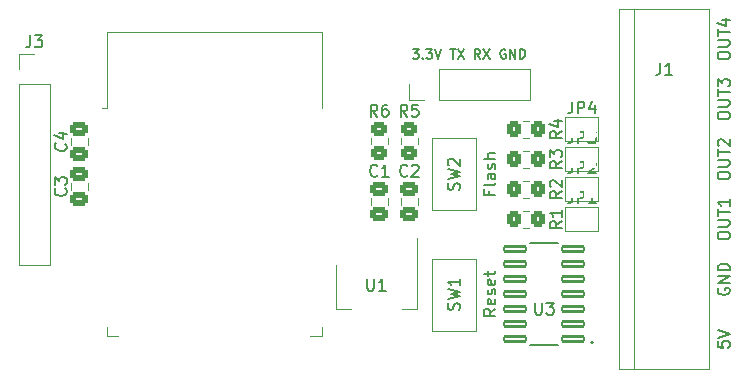
<source format=gbr>
%TF.GenerationSoftware,KiCad,Pcbnew,(6.0.11)*%
%TF.CreationDate,2023-09-13T09:35:20+02:00*%
%TF.ProjectId,WLED_ESP32_Controller,574c4544-5f45-4535-9033-325f436f6e74,rev?*%
%TF.SameCoordinates,Original*%
%TF.FileFunction,Legend,Top*%
%TF.FilePolarity,Positive*%
%FSLAX46Y46*%
G04 Gerber Fmt 4.6, Leading zero omitted, Abs format (unit mm)*
G04 Created by KiCad (PCBNEW (6.0.11)) date 2023-09-13 09:35:20*
%MOMM*%
%LPD*%
G01*
G04 APERTURE LIST*
G04 Aperture macros list*
%AMRoundRect*
0 Rectangle with rounded corners*
0 $1 Rounding radius*
0 $2 $3 $4 $5 $6 $7 $8 $9 X,Y pos of 4 corners*
0 Add a 4 corners polygon primitive as box body*
4,1,4,$2,$3,$4,$5,$6,$7,$8,$9,$2,$3,0*
0 Add four circle primitives for the rounded corners*
1,1,$1+$1,$2,$3*
1,1,$1+$1,$4,$5*
1,1,$1+$1,$6,$7*
1,1,$1+$1,$8,$9*
0 Add four rect primitives between the rounded corners*
20,1,$1+$1,$2,$3,$4,$5,0*
20,1,$1+$1,$4,$5,$6,$7,0*
20,1,$1+$1,$6,$7,$8,$9,0*
20,1,$1+$1,$8,$9,$2,$3,0*%
G04 Aperture macros list end*
%ADD10C,0.150000*%
%ADD11C,0.120000*%
%ADD12C,0.127000*%
%ADD13C,0.200000*%
%ADD14C,3.200000*%
%ADD15R,1.500000X2.000000*%
%ADD16R,3.800000X2.000000*%
%ADD17RoundRect,0.250000X0.475000X-0.337500X0.475000X0.337500X-0.475000X0.337500X-0.475000X-0.337500X0*%
%ADD18RoundRect,0.249999X0.450001X-0.350001X0.450001X0.350001X-0.450001X0.350001X-0.450001X-0.350001X0*%
%ADD19RoundRect,0.250000X-0.475000X0.337500X-0.475000X-0.337500X0.475000X-0.337500X0.475000X0.337500X0*%
%ADD20R,1.700000X1.700000*%
%ADD21O,1.700000X1.700000*%
%ADD22R,1.500000X1.500000*%
%ADD23RoundRect,0.090000X0.895000X0.210000X-0.895000X0.210000X-0.895000X-0.210000X0.895000X-0.210000X0*%
%ADD24R,1.000000X1.500000*%
%ADD25RoundRect,0.249999X-0.350001X-0.450001X0.350001X-0.450001X0.350001X0.450001X-0.350001X0.450001X0*%
%ADD26R,2.000000X0.900000*%
%ADD27R,0.900000X2.000000*%
%ADD28R,5.000000X5.000000*%
%ADD29R,3.000000X3.000000*%
%ADD30C,3.000000*%
G04 APERTURE END LIST*
D10*
X122219047Y-96081904D02*
X122714285Y-96081904D01*
X122447619Y-96386666D01*
X122561904Y-96386666D01*
X122638095Y-96424761D01*
X122676190Y-96462857D01*
X122714285Y-96539047D01*
X122714285Y-96729523D01*
X122676190Y-96805714D01*
X122638095Y-96843809D01*
X122561904Y-96881904D01*
X122333333Y-96881904D01*
X122257142Y-96843809D01*
X122219047Y-96805714D01*
X123057142Y-96805714D02*
X123095238Y-96843809D01*
X123057142Y-96881904D01*
X123019047Y-96843809D01*
X123057142Y-96805714D01*
X123057142Y-96881904D01*
X123361904Y-96081904D02*
X123857142Y-96081904D01*
X123590476Y-96386666D01*
X123704761Y-96386666D01*
X123780952Y-96424761D01*
X123819047Y-96462857D01*
X123857142Y-96539047D01*
X123857142Y-96729523D01*
X123819047Y-96805714D01*
X123780952Y-96843809D01*
X123704761Y-96881904D01*
X123476190Y-96881904D01*
X123400000Y-96843809D01*
X123361904Y-96805714D01*
X124085714Y-96081904D02*
X124352380Y-96881904D01*
X124619047Y-96081904D01*
X125380952Y-96081904D02*
X125838095Y-96081904D01*
X125609523Y-96881904D02*
X125609523Y-96081904D01*
X126028571Y-96081904D02*
X126561904Y-96881904D01*
X126561904Y-96081904D02*
X126028571Y-96881904D01*
X127933333Y-96881904D02*
X127666666Y-96500952D01*
X127476190Y-96881904D02*
X127476190Y-96081904D01*
X127780952Y-96081904D01*
X127857142Y-96120000D01*
X127895238Y-96158095D01*
X127933333Y-96234285D01*
X127933333Y-96348571D01*
X127895238Y-96424761D01*
X127857142Y-96462857D01*
X127780952Y-96500952D01*
X127476190Y-96500952D01*
X128200000Y-96081904D02*
X128733333Y-96881904D01*
X128733333Y-96081904D02*
X128200000Y-96881904D01*
X130066666Y-96120000D02*
X129990476Y-96081904D01*
X129876190Y-96081904D01*
X129761904Y-96120000D01*
X129685714Y-96196190D01*
X129647619Y-96272380D01*
X129609523Y-96424761D01*
X129609523Y-96539047D01*
X129647619Y-96691428D01*
X129685714Y-96767619D01*
X129761904Y-96843809D01*
X129876190Y-96881904D01*
X129952380Y-96881904D01*
X130066666Y-96843809D01*
X130104761Y-96805714D01*
X130104761Y-96539047D01*
X129952380Y-96539047D01*
X130447619Y-96881904D02*
X130447619Y-96081904D01*
X130904761Y-96881904D01*
X130904761Y-96081904D01*
X131285714Y-96881904D02*
X131285714Y-96081904D01*
X131476190Y-96081904D01*
X131590476Y-96120000D01*
X131666666Y-96196190D01*
X131704761Y-96272380D01*
X131742857Y-96424761D01*
X131742857Y-96539047D01*
X131704761Y-96691428D01*
X131666666Y-96767619D01*
X131590476Y-96843809D01*
X131476190Y-96881904D01*
X131285714Y-96881904D01*
X148090000Y-116331904D02*
X148042380Y-116427142D01*
X148042380Y-116570000D01*
X148090000Y-116712857D01*
X148185238Y-116808095D01*
X148280476Y-116855714D01*
X148470952Y-116903333D01*
X148613809Y-116903333D01*
X148804285Y-116855714D01*
X148899523Y-116808095D01*
X148994761Y-116712857D01*
X149042380Y-116570000D01*
X149042380Y-116474761D01*
X148994761Y-116331904D01*
X148947142Y-116284285D01*
X148613809Y-116284285D01*
X148613809Y-116474761D01*
X149042380Y-115855714D02*
X148042380Y-115855714D01*
X149042380Y-115284285D01*
X148042380Y-115284285D01*
X149042380Y-114808095D02*
X148042380Y-114808095D01*
X148042380Y-114570000D01*
X148090000Y-114427142D01*
X148185238Y-114331904D01*
X148280476Y-114284285D01*
X148470952Y-114236666D01*
X148613809Y-114236666D01*
X148804285Y-114284285D01*
X148899523Y-114331904D01*
X148994761Y-114427142D01*
X149042380Y-114570000D01*
X149042380Y-114808095D01*
X148042380Y-101806190D02*
X148042380Y-101615714D01*
X148090000Y-101520476D01*
X148185238Y-101425238D01*
X148375714Y-101377619D01*
X148709047Y-101377619D01*
X148899523Y-101425238D01*
X148994761Y-101520476D01*
X149042380Y-101615714D01*
X149042380Y-101806190D01*
X148994761Y-101901428D01*
X148899523Y-101996666D01*
X148709047Y-102044285D01*
X148375714Y-102044285D01*
X148185238Y-101996666D01*
X148090000Y-101901428D01*
X148042380Y-101806190D01*
X148042380Y-100949047D02*
X148851904Y-100949047D01*
X148947142Y-100901428D01*
X148994761Y-100853809D01*
X149042380Y-100758571D01*
X149042380Y-100568095D01*
X148994761Y-100472857D01*
X148947142Y-100425238D01*
X148851904Y-100377619D01*
X148042380Y-100377619D01*
X148042380Y-100044285D02*
X148042380Y-99472857D01*
X149042380Y-99758571D02*
X148042380Y-99758571D01*
X148042380Y-99234761D02*
X148042380Y-98615714D01*
X148423333Y-98949047D01*
X148423333Y-98806190D01*
X148470952Y-98710952D01*
X148518571Y-98663333D01*
X148613809Y-98615714D01*
X148851904Y-98615714D01*
X148947142Y-98663333D01*
X148994761Y-98710952D01*
X149042380Y-98806190D01*
X149042380Y-99091904D01*
X148994761Y-99187142D01*
X148947142Y-99234761D01*
X148042380Y-96726190D02*
X148042380Y-96535714D01*
X148090000Y-96440476D01*
X148185238Y-96345238D01*
X148375714Y-96297619D01*
X148709047Y-96297619D01*
X148899523Y-96345238D01*
X148994761Y-96440476D01*
X149042380Y-96535714D01*
X149042380Y-96726190D01*
X148994761Y-96821428D01*
X148899523Y-96916666D01*
X148709047Y-96964285D01*
X148375714Y-96964285D01*
X148185238Y-96916666D01*
X148090000Y-96821428D01*
X148042380Y-96726190D01*
X148042380Y-95869047D02*
X148851904Y-95869047D01*
X148947142Y-95821428D01*
X148994761Y-95773809D01*
X149042380Y-95678571D01*
X149042380Y-95488095D01*
X148994761Y-95392857D01*
X148947142Y-95345238D01*
X148851904Y-95297619D01*
X148042380Y-95297619D01*
X148042380Y-94964285D02*
X148042380Y-94392857D01*
X149042380Y-94678571D02*
X148042380Y-94678571D01*
X148375714Y-93630952D02*
X149042380Y-93630952D01*
X147994761Y-93869047D02*
X148709047Y-94107142D01*
X148709047Y-93488095D01*
X148042380Y-120840476D02*
X148042380Y-121316666D01*
X148518571Y-121364285D01*
X148470952Y-121316666D01*
X148423333Y-121221428D01*
X148423333Y-120983333D01*
X148470952Y-120888095D01*
X148518571Y-120840476D01*
X148613809Y-120792857D01*
X148851904Y-120792857D01*
X148947142Y-120840476D01*
X148994761Y-120888095D01*
X149042380Y-120983333D01*
X149042380Y-121221428D01*
X148994761Y-121316666D01*
X148947142Y-121364285D01*
X148042380Y-120507142D02*
X149042380Y-120173809D01*
X148042380Y-119840476D01*
X148042380Y-106886190D02*
X148042380Y-106695714D01*
X148090000Y-106600476D01*
X148185238Y-106505238D01*
X148375714Y-106457619D01*
X148709047Y-106457619D01*
X148899523Y-106505238D01*
X148994761Y-106600476D01*
X149042380Y-106695714D01*
X149042380Y-106886190D01*
X148994761Y-106981428D01*
X148899523Y-107076666D01*
X148709047Y-107124285D01*
X148375714Y-107124285D01*
X148185238Y-107076666D01*
X148090000Y-106981428D01*
X148042380Y-106886190D01*
X148042380Y-106029047D02*
X148851904Y-106029047D01*
X148947142Y-105981428D01*
X148994761Y-105933809D01*
X149042380Y-105838571D01*
X149042380Y-105648095D01*
X148994761Y-105552857D01*
X148947142Y-105505238D01*
X148851904Y-105457619D01*
X148042380Y-105457619D01*
X148042380Y-105124285D02*
X148042380Y-104552857D01*
X149042380Y-104838571D02*
X148042380Y-104838571D01*
X148137619Y-104267142D02*
X148090000Y-104219523D01*
X148042380Y-104124285D01*
X148042380Y-103886190D01*
X148090000Y-103790952D01*
X148137619Y-103743333D01*
X148232857Y-103695714D01*
X148328095Y-103695714D01*
X148470952Y-103743333D01*
X149042380Y-104314761D01*
X149042380Y-103695714D01*
X148042380Y-111966190D02*
X148042380Y-111775714D01*
X148090000Y-111680476D01*
X148185238Y-111585238D01*
X148375714Y-111537619D01*
X148709047Y-111537619D01*
X148899523Y-111585238D01*
X148994761Y-111680476D01*
X149042380Y-111775714D01*
X149042380Y-111966190D01*
X148994761Y-112061428D01*
X148899523Y-112156666D01*
X148709047Y-112204285D01*
X148375714Y-112204285D01*
X148185238Y-112156666D01*
X148090000Y-112061428D01*
X148042380Y-111966190D01*
X148042380Y-111109047D02*
X148851904Y-111109047D01*
X148947142Y-111061428D01*
X148994761Y-111013809D01*
X149042380Y-110918571D01*
X149042380Y-110728095D01*
X148994761Y-110632857D01*
X148947142Y-110585238D01*
X148851904Y-110537619D01*
X148042380Y-110537619D01*
X148042380Y-110204285D02*
X148042380Y-109632857D01*
X149042380Y-109918571D02*
X148042380Y-109918571D01*
X149042380Y-108775714D02*
X149042380Y-109347142D01*
X149042380Y-109061428D02*
X148042380Y-109061428D01*
X148185238Y-109156666D01*
X148280476Y-109251904D01*
X148328095Y-109347142D01*
%TO.C,U1*%
X118364095Y-115530380D02*
X118364095Y-116339904D01*
X118411714Y-116435142D01*
X118459333Y-116482761D01*
X118554571Y-116530380D01*
X118745047Y-116530380D01*
X118840285Y-116482761D01*
X118887904Y-116435142D01*
X118935523Y-116339904D01*
X118935523Y-115530380D01*
X119935523Y-116530380D02*
X119364095Y-116530380D01*
X119649809Y-116530380D02*
X119649809Y-115530380D01*
X119554571Y-115673238D01*
X119459333Y-115768476D01*
X119364095Y-115816095D01*
%TO.C,C2*%
X121753333Y-106783142D02*
X121705714Y-106830761D01*
X121562857Y-106878380D01*
X121467619Y-106878380D01*
X121324761Y-106830761D01*
X121229523Y-106735523D01*
X121181904Y-106640285D01*
X121134285Y-106449809D01*
X121134285Y-106306952D01*
X121181904Y-106116476D01*
X121229523Y-106021238D01*
X121324761Y-105926000D01*
X121467619Y-105878380D01*
X121562857Y-105878380D01*
X121705714Y-105926000D01*
X121753333Y-105973619D01*
X122134285Y-105973619D02*
X122181904Y-105926000D01*
X122277142Y-105878380D01*
X122515238Y-105878380D01*
X122610476Y-105926000D01*
X122658095Y-105973619D01*
X122705714Y-106068857D01*
X122705714Y-106164095D01*
X122658095Y-106306952D01*
X122086666Y-106878380D01*
X122705714Y-106878380D01*
%TO.C,R5*%
X121753333Y-101798380D02*
X121420000Y-101322190D01*
X121181904Y-101798380D02*
X121181904Y-100798380D01*
X121562857Y-100798380D01*
X121658095Y-100846000D01*
X121705714Y-100893619D01*
X121753333Y-100988857D01*
X121753333Y-101131714D01*
X121705714Y-101226952D01*
X121658095Y-101274571D01*
X121562857Y-101322190D01*
X121181904Y-101322190D01*
X122658095Y-100798380D02*
X122181904Y-100798380D01*
X122134285Y-101274571D01*
X122181904Y-101226952D01*
X122277142Y-101179333D01*
X122515238Y-101179333D01*
X122610476Y-101226952D01*
X122658095Y-101274571D01*
X122705714Y-101369809D01*
X122705714Y-101607904D01*
X122658095Y-101703142D01*
X122610476Y-101750761D01*
X122515238Y-101798380D01*
X122277142Y-101798380D01*
X122181904Y-101750761D01*
X122134285Y-101703142D01*
%TO.C,C3*%
X92813142Y-107884166D02*
X92860761Y-107931785D01*
X92908380Y-108074642D01*
X92908380Y-108169880D01*
X92860761Y-108312738D01*
X92765523Y-108407976D01*
X92670285Y-108455595D01*
X92479809Y-108503214D01*
X92336952Y-108503214D01*
X92146476Y-108455595D01*
X92051238Y-108407976D01*
X91956000Y-108312738D01*
X91908380Y-108169880D01*
X91908380Y-108074642D01*
X91956000Y-107931785D01*
X92003619Y-107884166D01*
X91908380Y-107550833D02*
X91908380Y-106931785D01*
X92289333Y-107265119D01*
X92289333Y-107122261D01*
X92336952Y-107027023D01*
X92384571Y-106979404D01*
X92479809Y-106931785D01*
X92717904Y-106931785D01*
X92813142Y-106979404D01*
X92860761Y-107027023D01*
X92908380Y-107122261D01*
X92908380Y-107407976D01*
X92860761Y-107503214D01*
X92813142Y-107550833D01*
%TO.C,C4*%
X92813142Y-104135434D02*
X92860761Y-104189005D01*
X92908380Y-104337815D01*
X92908380Y-104433053D01*
X92860761Y-104569958D01*
X92765523Y-104653291D01*
X92670285Y-104689005D01*
X92479809Y-104712815D01*
X92336952Y-104694958D01*
X92146476Y-104623529D01*
X92051238Y-104564005D01*
X91956000Y-104456863D01*
X91908380Y-104308053D01*
X91908380Y-104212815D01*
X91956000Y-104075910D01*
X92003619Y-104034244D01*
X92241714Y-103206863D02*
X92908380Y-103290196D01*
X91860761Y-103397339D02*
X92575047Y-103724720D01*
X92575047Y-103105672D01*
%TO.C,SW1*%
X126134761Y-118173333D02*
X126182380Y-118030476D01*
X126182380Y-117792380D01*
X126134761Y-117697142D01*
X126087142Y-117649523D01*
X125991904Y-117601904D01*
X125896666Y-117601904D01*
X125801428Y-117649523D01*
X125753809Y-117697142D01*
X125706190Y-117792380D01*
X125658571Y-117982857D01*
X125610952Y-118078095D01*
X125563333Y-118125714D01*
X125468095Y-118173333D01*
X125372857Y-118173333D01*
X125277619Y-118125714D01*
X125230000Y-118078095D01*
X125182380Y-117982857D01*
X125182380Y-117744761D01*
X125230000Y-117601904D01*
X125182380Y-117268571D02*
X126182380Y-117030476D01*
X125468095Y-116840000D01*
X126182380Y-116649523D01*
X125182380Y-116411428D01*
X126182380Y-115506666D02*
X126182380Y-116078095D01*
X126182380Y-115792380D02*
X125182380Y-115792380D01*
X125325238Y-115887619D01*
X125420476Y-115982857D01*
X125468095Y-116078095D01*
X129222380Y-118078095D02*
X128746190Y-118411428D01*
X129222380Y-118649523D02*
X128222380Y-118649523D01*
X128222380Y-118268571D01*
X128270000Y-118173333D01*
X128317619Y-118125714D01*
X128412857Y-118078095D01*
X128555714Y-118078095D01*
X128650952Y-118125714D01*
X128698571Y-118173333D01*
X128746190Y-118268571D01*
X128746190Y-118649523D01*
X129174761Y-117268571D02*
X129222380Y-117363809D01*
X129222380Y-117554285D01*
X129174761Y-117649523D01*
X129079523Y-117697142D01*
X128698571Y-117697142D01*
X128603333Y-117649523D01*
X128555714Y-117554285D01*
X128555714Y-117363809D01*
X128603333Y-117268571D01*
X128698571Y-117220952D01*
X128793809Y-117220952D01*
X128889047Y-117697142D01*
X129174761Y-116840000D02*
X129222380Y-116744761D01*
X129222380Y-116554285D01*
X129174761Y-116459047D01*
X129079523Y-116411428D01*
X129031904Y-116411428D01*
X128936666Y-116459047D01*
X128889047Y-116554285D01*
X128889047Y-116697142D01*
X128841428Y-116792380D01*
X128746190Y-116840000D01*
X128698571Y-116840000D01*
X128603333Y-116792380D01*
X128555714Y-116697142D01*
X128555714Y-116554285D01*
X128603333Y-116459047D01*
X129174761Y-115601904D02*
X129222380Y-115697142D01*
X129222380Y-115887619D01*
X129174761Y-115982857D01*
X129079523Y-116030476D01*
X128698571Y-116030476D01*
X128603333Y-115982857D01*
X128555714Y-115887619D01*
X128555714Y-115697142D01*
X128603333Y-115601904D01*
X128698571Y-115554285D01*
X128793809Y-115554285D01*
X128889047Y-116030476D01*
X128555714Y-115268571D02*
X128555714Y-114887619D01*
X128222380Y-115125714D02*
X129079523Y-115125714D01*
X129174761Y-115078095D01*
X129222380Y-114982857D01*
X129222380Y-114887619D01*
%TO.C,U3*%
X132588095Y-117562380D02*
X132588095Y-118371904D01*
X132635714Y-118467142D01*
X132683333Y-118514761D01*
X132778571Y-118562380D01*
X132969047Y-118562380D01*
X133064285Y-118514761D01*
X133111904Y-118467142D01*
X133159523Y-118371904D01*
X133159523Y-117562380D01*
X133540476Y-117562380D02*
X134159523Y-117562380D01*
X133826190Y-117943333D01*
X133969047Y-117943333D01*
X134064285Y-117990952D01*
X134111904Y-118038571D01*
X134159523Y-118133809D01*
X134159523Y-118371904D01*
X134111904Y-118467142D01*
X134064285Y-118514761D01*
X133969047Y-118562380D01*
X133683333Y-118562380D01*
X133588095Y-118514761D01*
X133540476Y-118467142D01*
%TO.C,JP1*%
X135706666Y-108142380D02*
X135706666Y-108856666D01*
X135659047Y-108999523D01*
X135563809Y-109094761D01*
X135420952Y-109142380D01*
X135325714Y-109142380D01*
X136182857Y-109142380D02*
X136182857Y-108142380D01*
X136563809Y-108142380D01*
X136659047Y-108190000D01*
X136706666Y-108237619D01*
X136754285Y-108332857D01*
X136754285Y-108475714D01*
X136706666Y-108570952D01*
X136659047Y-108618571D01*
X136563809Y-108666190D01*
X136182857Y-108666190D01*
X137706666Y-109142380D02*
X137135238Y-109142380D01*
X137420952Y-109142380D02*
X137420952Y-108142380D01*
X137325714Y-108285238D01*
X137230476Y-108380476D01*
X137135238Y-108428095D01*
%TO.C,JP2*%
X135706666Y-105602380D02*
X135706666Y-106316666D01*
X135659047Y-106459523D01*
X135563809Y-106554761D01*
X135420952Y-106602380D01*
X135325714Y-106602380D01*
X136182857Y-106602380D02*
X136182857Y-105602380D01*
X136563809Y-105602380D01*
X136659047Y-105650000D01*
X136706666Y-105697619D01*
X136754285Y-105792857D01*
X136754285Y-105935714D01*
X136706666Y-106030952D01*
X136659047Y-106078571D01*
X136563809Y-106126190D01*
X136182857Y-106126190D01*
X137135238Y-105697619D02*
X137182857Y-105650000D01*
X137278095Y-105602380D01*
X137516190Y-105602380D01*
X137611428Y-105650000D01*
X137659047Y-105697619D01*
X137706666Y-105792857D01*
X137706666Y-105888095D01*
X137659047Y-106030952D01*
X137087619Y-106602380D01*
X137706666Y-106602380D01*
%TO.C,R1*%
X134822380Y-110656666D02*
X134346190Y-110990000D01*
X134822380Y-111228095D02*
X133822380Y-111228095D01*
X133822380Y-110847142D01*
X133870000Y-110751904D01*
X133917619Y-110704285D01*
X134012857Y-110656666D01*
X134155714Y-110656666D01*
X134250952Y-110704285D01*
X134298571Y-110751904D01*
X134346190Y-110847142D01*
X134346190Y-111228095D01*
X134822380Y-109704285D02*
X134822380Y-110275714D01*
X134822380Y-109990000D02*
X133822380Y-109990000D01*
X133965238Y-110085238D01*
X134060476Y-110180476D01*
X134108095Y-110275714D01*
%TO.C,R2*%
X134822380Y-108116666D02*
X134346190Y-108450000D01*
X134822380Y-108688095D02*
X133822380Y-108688095D01*
X133822380Y-108307142D01*
X133870000Y-108211904D01*
X133917619Y-108164285D01*
X134012857Y-108116666D01*
X134155714Y-108116666D01*
X134250952Y-108164285D01*
X134298571Y-108211904D01*
X134346190Y-108307142D01*
X134346190Y-108688095D01*
X133917619Y-107735714D02*
X133870000Y-107688095D01*
X133822380Y-107592857D01*
X133822380Y-107354761D01*
X133870000Y-107259523D01*
X133917619Y-107211904D01*
X134012857Y-107164285D01*
X134108095Y-107164285D01*
X134250952Y-107211904D01*
X134822380Y-107783333D01*
X134822380Y-107164285D01*
%TO.C,R3*%
X134822380Y-105576666D02*
X134346190Y-105910000D01*
X134822380Y-106148095D02*
X133822380Y-106148095D01*
X133822380Y-105767142D01*
X133870000Y-105671904D01*
X133917619Y-105624285D01*
X134012857Y-105576666D01*
X134155714Y-105576666D01*
X134250952Y-105624285D01*
X134298571Y-105671904D01*
X134346190Y-105767142D01*
X134346190Y-106148095D01*
X133822380Y-105243333D02*
X133822380Y-104624285D01*
X134203333Y-104957619D01*
X134203333Y-104814761D01*
X134250952Y-104719523D01*
X134298571Y-104671904D01*
X134393809Y-104624285D01*
X134631904Y-104624285D01*
X134727142Y-104671904D01*
X134774761Y-104719523D01*
X134822380Y-104814761D01*
X134822380Y-105100476D01*
X134774761Y-105195714D01*
X134727142Y-105243333D01*
%TO.C,R4*%
X134822380Y-103036666D02*
X134346190Y-103370000D01*
X134822380Y-103608095D02*
X133822380Y-103608095D01*
X133822380Y-103227142D01*
X133870000Y-103131904D01*
X133917619Y-103084285D01*
X134012857Y-103036666D01*
X134155714Y-103036666D01*
X134250952Y-103084285D01*
X134298571Y-103131904D01*
X134346190Y-103227142D01*
X134346190Y-103608095D01*
X134155714Y-102179523D02*
X134822380Y-102179523D01*
X133774761Y-102417619D02*
X134489047Y-102655714D01*
X134489047Y-102036666D01*
%TO.C,JP3*%
X135706666Y-103062380D02*
X135706666Y-103776666D01*
X135659047Y-103919523D01*
X135563809Y-104014761D01*
X135420952Y-104062380D01*
X135325714Y-104062380D01*
X136182857Y-104062380D02*
X136182857Y-103062380D01*
X136563809Y-103062380D01*
X136659047Y-103110000D01*
X136706666Y-103157619D01*
X136754285Y-103252857D01*
X136754285Y-103395714D01*
X136706666Y-103490952D01*
X136659047Y-103538571D01*
X136563809Y-103586190D01*
X136182857Y-103586190D01*
X137087619Y-103062380D02*
X137706666Y-103062380D01*
X137373333Y-103443333D01*
X137516190Y-103443333D01*
X137611428Y-103490952D01*
X137659047Y-103538571D01*
X137706666Y-103633809D01*
X137706666Y-103871904D01*
X137659047Y-103967142D01*
X137611428Y-104014761D01*
X137516190Y-104062380D01*
X137230476Y-104062380D01*
X137135238Y-104014761D01*
X137087619Y-103967142D01*
%TO.C,JP4*%
X135706666Y-100522380D02*
X135706666Y-101236666D01*
X135659047Y-101379523D01*
X135563809Y-101474761D01*
X135420952Y-101522380D01*
X135325714Y-101522380D01*
X136182857Y-101522380D02*
X136182857Y-100522380D01*
X136563809Y-100522380D01*
X136659047Y-100570000D01*
X136706666Y-100617619D01*
X136754285Y-100712857D01*
X136754285Y-100855714D01*
X136706666Y-100950952D01*
X136659047Y-100998571D01*
X136563809Y-101046190D01*
X136182857Y-101046190D01*
X137611428Y-100855714D02*
X137611428Y-101522380D01*
X137373333Y-100474761D02*
X137135238Y-101189047D01*
X137754285Y-101189047D01*
%TO.C,R6*%
X119213333Y-101798380D02*
X118880000Y-101322190D01*
X118641904Y-101798380D02*
X118641904Y-100798380D01*
X119022857Y-100798380D01*
X119118095Y-100846000D01*
X119165714Y-100893619D01*
X119213333Y-100988857D01*
X119213333Y-101131714D01*
X119165714Y-101226952D01*
X119118095Y-101274571D01*
X119022857Y-101322190D01*
X118641904Y-101322190D01*
X120070476Y-100798380D02*
X119880000Y-100798380D01*
X119784761Y-100846000D01*
X119737142Y-100893619D01*
X119641904Y-101036476D01*
X119594285Y-101226952D01*
X119594285Y-101607904D01*
X119641904Y-101703142D01*
X119689523Y-101750761D01*
X119784761Y-101798380D01*
X119975238Y-101798380D01*
X120070476Y-101750761D01*
X120118095Y-101703142D01*
X120165714Y-101607904D01*
X120165714Y-101369809D01*
X120118095Y-101274571D01*
X120070476Y-101226952D01*
X119975238Y-101179333D01*
X119784761Y-101179333D01*
X119689523Y-101226952D01*
X119641904Y-101274571D01*
X119594285Y-101369809D01*
%TO.C,C1*%
X119213333Y-106783142D02*
X119165714Y-106830761D01*
X119022857Y-106878380D01*
X118927619Y-106878380D01*
X118784761Y-106830761D01*
X118689523Y-106735523D01*
X118641904Y-106640285D01*
X118594285Y-106449809D01*
X118594285Y-106306952D01*
X118641904Y-106116476D01*
X118689523Y-106021238D01*
X118784761Y-105926000D01*
X118927619Y-105878380D01*
X119022857Y-105878380D01*
X119165714Y-105926000D01*
X119213333Y-105973619D01*
X120165714Y-106878380D02*
X119594285Y-106878380D01*
X119880000Y-106878380D02*
X119880000Y-105878380D01*
X119784761Y-106021238D01*
X119689523Y-106116476D01*
X119594285Y-106164095D01*
%TO.C,SW2*%
X126134761Y-108013333D02*
X126182380Y-107870476D01*
X126182380Y-107632380D01*
X126134761Y-107537142D01*
X126087142Y-107489523D01*
X125991904Y-107441904D01*
X125896666Y-107441904D01*
X125801428Y-107489523D01*
X125753809Y-107537142D01*
X125706190Y-107632380D01*
X125658571Y-107822857D01*
X125610952Y-107918095D01*
X125563333Y-107965714D01*
X125468095Y-108013333D01*
X125372857Y-108013333D01*
X125277619Y-107965714D01*
X125230000Y-107918095D01*
X125182380Y-107822857D01*
X125182380Y-107584761D01*
X125230000Y-107441904D01*
X125182380Y-107108571D02*
X126182380Y-106870476D01*
X125468095Y-106680000D01*
X126182380Y-106489523D01*
X125182380Y-106251428D01*
X125277619Y-105918095D02*
X125230000Y-105870476D01*
X125182380Y-105775238D01*
X125182380Y-105537142D01*
X125230000Y-105441904D01*
X125277619Y-105394285D01*
X125372857Y-105346666D01*
X125468095Y-105346666D01*
X125610952Y-105394285D01*
X126182380Y-105965714D01*
X126182380Y-105346666D01*
X128698571Y-108108571D02*
X128698571Y-108441904D01*
X129222380Y-108441904D02*
X128222380Y-108441904D01*
X128222380Y-107965714D01*
X129222380Y-107441904D02*
X129174761Y-107537142D01*
X129079523Y-107584761D01*
X128222380Y-107584761D01*
X129222380Y-106632380D02*
X128698571Y-106632380D01*
X128603333Y-106680000D01*
X128555714Y-106775238D01*
X128555714Y-106965714D01*
X128603333Y-107060952D01*
X129174761Y-106632380D02*
X129222380Y-106727619D01*
X129222380Y-106965714D01*
X129174761Y-107060952D01*
X129079523Y-107108571D01*
X128984285Y-107108571D01*
X128889047Y-107060952D01*
X128841428Y-106965714D01*
X128841428Y-106727619D01*
X128793809Y-106632380D01*
X129174761Y-106203809D02*
X129222380Y-106108571D01*
X129222380Y-105918095D01*
X129174761Y-105822857D01*
X129079523Y-105775238D01*
X129031904Y-105775238D01*
X128936666Y-105822857D01*
X128889047Y-105918095D01*
X128889047Y-106060952D01*
X128841428Y-106156190D01*
X128746190Y-106203809D01*
X128698571Y-106203809D01*
X128603333Y-106156190D01*
X128555714Y-106060952D01*
X128555714Y-105918095D01*
X128603333Y-105822857D01*
X129222380Y-105346666D02*
X128222380Y-105346666D01*
X129222380Y-104918095D02*
X128698571Y-104918095D01*
X128603333Y-104965714D01*
X128555714Y-105060952D01*
X128555714Y-105203809D01*
X128603333Y-105299047D01*
X128650952Y-105346666D01*
%TO.C,J3*%
X89836666Y-94912380D02*
X89836666Y-95626666D01*
X89789047Y-95769523D01*
X89693809Y-95864761D01*
X89550952Y-95912380D01*
X89455714Y-95912380D01*
X90217619Y-94912380D02*
X90836666Y-94912380D01*
X90503333Y-95293333D01*
X90646190Y-95293333D01*
X90741428Y-95340952D01*
X90789047Y-95388571D01*
X90836666Y-95483809D01*
X90836666Y-95721904D01*
X90789047Y-95817142D01*
X90741428Y-95864761D01*
X90646190Y-95912380D01*
X90360476Y-95912380D01*
X90265238Y-95864761D01*
X90217619Y-95817142D01*
%TO.C,J1*%
X143176666Y-97242380D02*
X143176666Y-97956666D01*
X143129047Y-98099523D01*
X143033809Y-98194761D01*
X142890952Y-98242380D01*
X142795714Y-98242380D01*
X144176666Y-98242380D02*
X143605238Y-98242380D01*
X143890952Y-98242380D02*
X143890952Y-97242380D01*
X143795714Y-97385238D01*
X143700476Y-97480476D01*
X143605238Y-97528095D01*
D11*
%TO.C,U1*%
X115730000Y-118090000D02*
X116990000Y-118090000D01*
X115730000Y-114330000D02*
X115730000Y-118090000D01*
X122550000Y-118090000D02*
X121290000Y-118090000D01*
X122550000Y-112080000D02*
X122550000Y-118090000D01*
%TO.C,C2*%
X121185000Y-109248752D02*
X121185000Y-108726248D01*
X122655000Y-109248752D02*
X122655000Y-108726248D01*
%TO.C,R5*%
X122655000Y-104097064D02*
X122655000Y-103642936D01*
X121185000Y-104097064D02*
X121185000Y-103642936D01*
%TO.C,C3*%
X93245000Y-107978752D02*
X93245000Y-107456248D01*
X94715000Y-107978752D02*
X94715000Y-107456248D01*
%TO.C,C4*%
X93245000Y-103646248D02*
X93245000Y-104168752D01*
X94715000Y-103646248D02*
X94715000Y-104168752D01*
%TO.C,J2*%
X124460000Y-97730000D02*
X132140000Y-97730000D01*
X132140000Y-100390000D02*
X132140000Y-97730000D01*
X121860000Y-100390000D02*
X121860000Y-99060000D01*
X123190000Y-100390000D02*
X121860000Y-100390000D01*
X124460000Y-100390000D02*
X132140000Y-100390000D01*
X124460000Y-100390000D02*
X124460000Y-97730000D01*
%TO.C,SW1*%
X127580000Y-113870000D02*
X127580000Y-119990000D01*
X123880000Y-119990000D02*
X123880000Y-113870000D01*
X127580000Y-119990000D02*
X123880000Y-119990000D01*
X123880000Y-113870000D02*
X127580000Y-113870000D01*
D12*
%TO.C,U3*%
X134520000Y-121165000D02*
X132180000Y-121165000D01*
X134520000Y-112515000D02*
X132180000Y-112515000D01*
D13*
X137500000Y-120940000D02*
G75*
G03*
X137500000Y-120940000I-100000J0D01*
G01*
D11*
%TO.C,JP1*%
X137940000Y-111490000D02*
X135140000Y-111490000D01*
X135140000Y-111490000D02*
X135140000Y-109490000D01*
X135140000Y-109490000D02*
X137940000Y-109490000D01*
X137940000Y-109490000D02*
X137940000Y-111490000D01*
%TO.C,JP2*%
X135140000Y-106950000D02*
X137940000Y-106950000D01*
X135140000Y-108950000D02*
X135140000Y-106950000D01*
X137940000Y-106950000D02*
X137940000Y-108950000D01*
X137940000Y-108950000D02*
X135140000Y-108950000D01*
%TO.C,R1*%
X131582936Y-111225000D02*
X132037064Y-111225000D01*
X131582936Y-109755000D02*
X132037064Y-109755000D01*
%TO.C,R2*%
X131582936Y-108685000D02*
X132037064Y-108685000D01*
X131582936Y-107215000D02*
X132037064Y-107215000D01*
%TO.C,R3*%
X131582936Y-104675000D02*
X132037064Y-104675000D01*
X131582936Y-106145000D02*
X132037064Y-106145000D01*
%TO.C,R4*%
X131582936Y-102135000D02*
X132037064Y-102135000D01*
X131582936Y-103605000D02*
X132037064Y-103605000D01*
%TO.C,JP3*%
X135140000Y-106410000D02*
X135140000Y-104410000D01*
X135140000Y-104410000D02*
X137940000Y-104410000D01*
X137940000Y-106410000D02*
X135140000Y-106410000D01*
X137940000Y-104410000D02*
X137940000Y-106410000D01*
%TO.C,JP4*%
X135140000Y-101870000D02*
X137940000Y-101870000D01*
X137940000Y-103870000D02*
X135140000Y-103870000D01*
X137940000Y-101870000D02*
X137940000Y-103870000D01*
X135140000Y-103870000D02*
X135140000Y-101870000D01*
%TO.C,R6*%
X118645000Y-104097064D02*
X118645000Y-103642936D01*
X120115000Y-104097064D02*
X120115000Y-103642936D01*
%TO.C,C1*%
X120115000Y-109248752D02*
X120115000Y-108726248D01*
X118645000Y-109248752D02*
X118645000Y-108726248D01*
%TO.C,SW2*%
X123880000Y-103620000D02*
X127580000Y-103620000D01*
X127580000Y-103620000D02*
X127580000Y-109740000D01*
X123880000Y-109740000D02*
X123880000Y-103620000D01*
X127580000Y-109740000D02*
X123880000Y-109740000D01*
%TO.C,J3*%
X91500000Y-99060000D02*
X91500000Y-114360000D01*
X88840000Y-99060000D02*
X91500000Y-99060000D01*
X88840000Y-114360000D02*
X91500000Y-114360000D01*
X88840000Y-97790000D02*
X88840000Y-96460000D01*
X88840000Y-99060000D02*
X88840000Y-114360000D01*
X88840000Y-96460000D02*
X90170000Y-96460000D01*
%TO.C,U2*%
X96290000Y-94625000D02*
X96290000Y-101045000D01*
X96290000Y-120370000D02*
X97290000Y-120370000D01*
X96290000Y-119590000D02*
X96290000Y-120370000D01*
X96290000Y-101045000D02*
X95910000Y-101045000D01*
X114530000Y-119590000D02*
X114530000Y-120370000D01*
X96290000Y-94625000D02*
X114530000Y-94625000D01*
X114530000Y-94625000D02*
X114530000Y-101045000D01*
X114530000Y-120370000D02*
X113530000Y-120370000D01*
%TO.C,J1*%
X139700000Y-92710000D02*
X139700000Y-123190000D01*
X147320000Y-92710000D02*
X147320000Y-123190000D01*
X147320000Y-92710000D02*
X139700000Y-92710000D01*
X139700000Y-123190000D02*
X147320000Y-123190000D01*
X140970000Y-92710000D02*
X140970000Y-123190000D01*
%TD*%
%LPC*%
D14*
%TO.C,H2*%
X135890000Y-96520000D03*
%TD*%
%TO.C,H1*%
X91440000Y-119380000D03*
%TD*%
D15*
%TO.C,U1*%
X121440000Y-113030000D03*
D16*
X119140000Y-119330000D03*
D15*
X119140000Y-113030000D03*
X116840000Y-113030000D03*
%TD*%
D17*
%TO.C,C2*%
X121920000Y-110025000D03*
X121920000Y-107950000D03*
%TD*%
D18*
%TO.C,R5*%
X121920000Y-104870000D03*
X121920000Y-102870000D03*
%TD*%
D17*
%TO.C,C3*%
X93980000Y-108755000D03*
X93980000Y-106680000D03*
%TD*%
D19*
%TO.C,C4*%
X93980000Y-102870000D03*
X93980000Y-104945000D03*
%TD*%
D20*
%TO.C,J2*%
X123190000Y-99060000D03*
D21*
X125730000Y-99060000D03*
X128270000Y-99060000D03*
X130810000Y-99060000D03*
%TD*%
D22*
%TO.C,SW1*%
X125730000Y-120830000D03*
X125730000Y-113030000D03*
%TD*%
D23*
%TO.C,U3*%
X135825000Y-120650000D03*
X135825000Y-119380000D03*
X135825000Y-118110000D03*
X135825000Y-116840000D03*
X135825000Y-115570000D03*
X135825000Y-114300000D03*
X135825000Y-113030000D03*
X130875000Y-113030000D03*
X130875000Y-114300000D03*
X130875000Y-115570000D03*
X130875000Y-116840000D03*
X130875000Y-118110000D03*
X130875000Y-119380000D03*
X130875000Y-120650000D03*
%TD*%
D24*
%TO.C,JP1*%
X135890000Y-110490000D03*
X137190000Y-110490000D03*
%TD*%
%TO.C,JP2*%
X135890000Y-107950000D03*
X137190000Y-107950000D03*
%TD*%
D25*
%TO.C,R1*%
X130810000Y-110490000D03*
X132810000Y-110490000D03*
%TD*%
%TO.C,R2*%
X130810000Y-107950000D03*
X132810000Y-107950000D03*
%TD*%
%TO.C,R3*%
X130810000Y-105410000D03*
X132810000Y-105410000D03*
%TD*%
%TO.C,R4*%
X130810000Y-102870000D03*
X132810000Y-102870000D03*
%TD*%
D24*
%TO.C,JP3*%
X135890000Y-105410000D03*
X137190000Y-105410000D03*
%TD*%
%TO.C,JP4*%
X135890000Y-102870000D03*
X137190000Y-102870000D03*
%TD*%
D18*
%TO.C,R6*%
X119380000Y-104870000D03*
X119380000Y-102870000D03*
%TD*%
D17*
%TO.C,C1*%
X119380000Y-110025000D03*
X119380000Y-107950000D03*
%TD*%
D22*
%TO.C,SW2*%
X125730000Y-110580000D03*
X125730000Y-102780000D03*
%TD*%
D20*
%TO.C,J3*%
X90170000Y-97790000D03*
D21*
X90170000Y-100330000D03*
X90170000Y-102870000D03*
X90170000Y-105410000D03*
X90170000Y-107950000D03*
X90170000Y-110490000D03*
X90170000Y-113030000D03*
%TD*%
D26*
%TO.C,U2*%
X96910000Y-102235000D03*
X96910000Y-103505000D03*
X96910000Y-104775000D03*
X96910000Y-106045000D03*
X96910000Y-107315000D03*
X96910000Y-108585000D03*
X96910000Y-109855000D03*
X96910000Y-111125000D03*
X96910000Y-112395000D03*
X96910000Y-113665000D03*
X96910000Y-114935000D03*
X96910000Y-116205000D03*
X96910000Y-117475000D03*
X96910000Y-118745000D03*
D27*
X99695000Y-119745000D03*
X100965000Y-119745000D03*
X102235000Y-119745000D03*
X103505000Y-119745000D03*
X104775000Y-119745000D03*
X106045000Y-119745000D03*
X107315000Y-119745000D03*
X108585000Y-119745000D03*
X109855000Y-119745000D03*
X111125000Y-119745000D03*
D26*
X113910000Y-118745000D03*
X113910000Y-117475000D03*
X113910000Y-116205000D03*
X113910000Y-114935000D03*
X113910000Y-113665000D03*
X113910000Y-112395000D03*
X113910000Y-111125000D03*
X113910000Y-109855000D03*
X113910000Y-108585000D03*
X113910000Y-107315000D03*
X113910000Y-106045000D03*
X113910000Y-104775000D03*
X113910000Y-103505000D03*
X113910000Y-102235000D03*
D28*
X104410000Y-109735000D03*
%TD*%
D29*
%TO.C,J1*%
X143510000Y-95250000D03*
D30*
X143510000Y-100330000D03*
X143510000Y-105410000D03*
X143510000Y-110490000D03*
X143510000Y-115570000D03*
X143510000Y-120650000D03*
%TD*%
M02*

</source>
